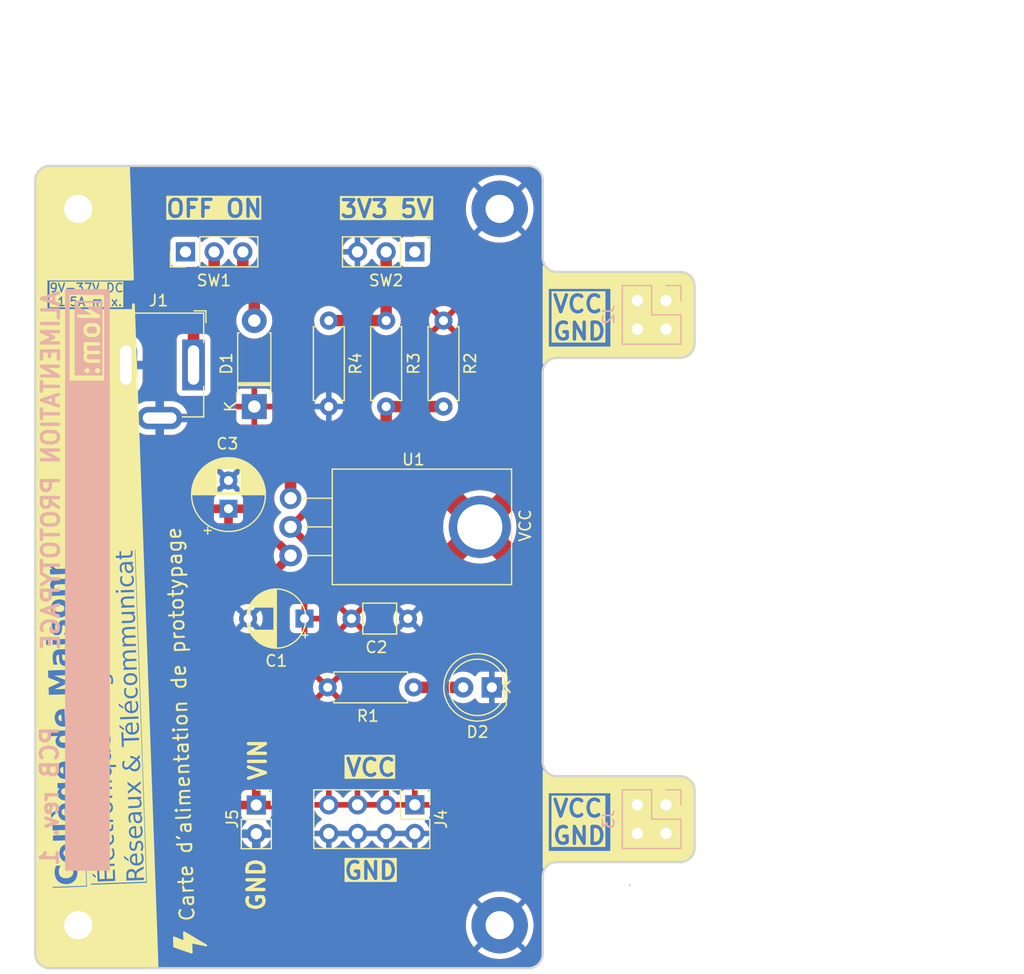
<source format=kicad_pcb>
(kicad_pcb (version 20221018) (generator pcbnew)
  (title_block (title "Alimentation Prototypage") (date "2023-05-15") (rev "A") (company "Collège de Maisonneuve") (comment 1 "Julien Boriasse"))
  (layers (0 "F.Cu" signal) (31 "B.Cu" signal) (34 "B.Paste" user) (35 "F.Paste" user) (36 "B.SilkS" user "B.Silkscreen") (37 "F.SilkS" user "F.Silkscreen") (38 "B.Mask" user) (39 "F.Mask" user) (44 "Edge.Cuts" user))
  (net 0 "")
  (net 1 "VCC")
  (net 2 "GND")
  (net 3 "+7.5V")
  (net 4 "Net-(D1-A)")
  (net 5 "Net-(D2-A)")
  (net 6 "Net-(U1-ADJ)")
  (net 7 "Net-(SW2A-B)")
  (net 9 "Net-(SW1A-B)")
  (footprint "MountingHole:MountingHole_2.5mm_Pad_TopBottom" (layer "F.Cu") (at 133.2484 127)
    (fp_text reference "H4" hide)
    (fp_text value "MountingHole_Pad")
    (pad "1" thru_hole circle locked (at 0 0) (size 2.9 2.9) (drill 2.5) (layers "*.Cu" "*.Mask") (net 2 "GND"))
    (pad "1" connect circle locked (at 0 0) (size 5 5) (layers "F.Cu" "F.Mask") (net 2 "GND"))
    (pad "1" connect circle locked (at 0 0) (size 5 5) (layers "B.Cu" "B.Mask") (net 2 "GND"))
  )
  (footprint "Connector_BarrelJack:BarrelJack_Horizontal_PJ-002A" (layer "F.Cu") (at 106.124 77.342)
    (fp_text reference "J1" (at -3.1016 -5.714) (layer "F.SilkS"))
    (fp_text value "Barrel_Jack_MountingPin")
    (pad "1" thru_hole rect (at 0 0) (size 2 4.5) (drill oval 1 3.5) (layers "*.Cu" "*.Mask") (net 9 "Net-(SW1A-B)"))
    (pad "2" thru_hole roundrect (at -6 0) (size 2 4.5) (drill oval 1 3.5) (layers "*.Cu" "*.Mask") (roundrect_rratio 0.5) (net 2 "GND") (thermal_bridge_width 0.762))
    (pad "3" thru_hole roundrect (at -3 4.7) (size 4 2) (drill oval 3 1) (layers "*.Cu" "*.Mask") (roundrect_rratio 0.5) (net 2 "GND") (thermal_bridge_width 0.762))
  )
  (footprint "Package_TO_SOT_THT:TO-220-3_Horizontal_TabDown_Connected" (layer "F.Cu") (at 114.722 89.154 -90)
    (fp_text reference "U1" (at -3.429 -10.881) (layer "F.SilkS"))
    (fp_text value "LM317_TO-220")
    (pad "" np_thru_hole oval (at 2.54 -16.66 270) (size 3.5 3.5) (drill 3.5) (layers "*.Cu" "*.Mask"))
    (pad "1" thru_hole circle (at 0 0 270) (size 1.905 1.905) (drill 1.1) (layers "*.Cu" "*.Mask") (net 6 "Net-(U1-ADJ)"))
    (pad "2" thru_hole oval (at 2.54 0 270) (size 1.905 2) (drill 1.1) (layers "*.Cu" "*.Mask") (net 1 "VCC") (thermal_bridge_width 0.635))
    (pad "3" thru_hole oval (at 5.08 0 270) (size 1.905 2) (drill 1.1) (layers "*.Cu" "*.Mask") (net 3 "+7.5V") (thermal_bridge_width 0.762))
    (pad "4" thru_hole circle (at 2.54 -16.764 270) (size 5.5 5.5) (drill 4) (property pad_prop_heatsink) (layers "*.Cu" "*.Mask") (net 1 "VCC") (thermal_bridge_width 2.032))
  )
  (footprint "MountingHole:MountingHole_2.5mm_Pad_TopBottom" (layer "F.Cu") (at 95.9104 63.5)
    (fp_text reference "H1" hide)
    (fp_text value "MountingHole_Pad")
    (pad "1" thru_hole circle locked (at 0 0) (size 2.9 2.9) (drill 2.5) (layers "*.Cu" "*.Mask") (net 2 "GND"))
    (pad "1" connect circle locked (at 0 0) (size 5 5) (layers "F.Cu" "F.Mask") (net 2 "GND"))
    (pad "1" connect circle locked (at 0 0) (size 5 5) (layers "B.Cu" "B.Mask") (net 2 "GND"))
  )
  (footprint "Resistor_THT:R_Axial_DIN0207_L6.3mm_D2.5mm_P7.62mm_Horizontal" (layer "F.Cu") (at 118.0084 105.918)
    (fp_text reference "R1" (at 3.556 2.54) (layer "F.SilkS"))
    (fp_text value "330")
    (pad "1" thru_hole circle (at 0 0) (size 1.6 1.6) (drill 0.8) (layers "*.Cu" "*.Mask") (net 1 "VCC"))
    (pad "2" thru_hole oval (at 7.62 0) (size 1.6 1.6) (drill 0.8) (layers "*.Cu" "*.Mask") (net 5 "Net-(D2-A)"))
  )
  (footprint "Resistor_THT:R_Axial_DIN0207_L6.3mm_D2.5mm_P7.62mm_Horizontal" (layer "F.Cu") (at 118.11 73.406 -90)
    (fp_text reference "R4" (at 3.81 -2.37 -90) (layer "F.SilkS"))
    (fp_text value "330")
    (pad "1" thru_hole circle (at 0 0 270) (size 1.6 1.6) (drill 0.8) (layers "*.Cu" "*.Mask") (net 7 "Net-(SW2A-B)"))
    (pad "2" thru_hole oval (at 7.62 0 270) (size 1.6 1.6) (drill 0.8) (layers "*.Cu" "*.Mask") (net 2 "GND"))
  )
  (footprint "MountingHole:MountingHole_2.5mm_Pad_TopBottom" (layer "F.Cu") (at 133.2484 63.5)
    (fp_text reference "H3" hide)
    (fp_text value "MountingHole_Pad")
    (pad "1" thru_hole circle locked (at 0 0) (size 2.9 2.9) (drill 2.5) (layers "*.Cu" "*.Mask") (net 2 "GND"))
    (pad "1" connect circle locked (at 0 0) (size 5 5) (layers "F.Cu" "F.Mask") (net 2 "GND"))
    (pad "1" connect circle locked (at 0 0) (size 5 5) (layers "B.Cu" "B.Mask") (net 2 "GND"))
  )
  (footprint "Connector_PinHeader_2.54mm:PinHeader_1x03_P2.54mm_Vertical" (layer "F.Cu") (at 125.73 67.31 -90)
    (fp_text reference "SW2" (at 2.54 2.54) (layer "F.SilkS"))
    (fp_text value "SW_DPDT_x2")
    (pad "1" thru_hole rect (at 0 0 270) (size 1.7 1.7) (drill 1) (layers "*.Cu" "*.Mask"))
    (pad "2" thru_hole oval (at 0 2.54 270) (size 1.7 1.7) (drill 1) (layers "*.Cu" "*.Mask") (net 7 "Net-(SW2A-B)"))
    (pad "3" thru_hole oval (at 0 5.08 270) (size 1.7 1.7) (drill 1) (layers "*.Cu" "*.Mask") (net 2 "GND"))
  )
  (footprint "Diode_THT:D_DO-41_SOD81_P7.62mm_Horizontal" (layer "F.Cu") (at 111.506 81.026 90)
    (fp_text reference "D1" (at 3.81 -2.47 90) (layer "F.SilkS"))
    (fp_text value "1N4001")
    (fp_text user "K" (at 0 -2.1 90) (layer "F.SilkS"))
    (pad "1" thru_hole rect (at 0 0 90) (size 2.2 2.2) (drill 1.1) (layers "*.Cu" "*.Mask") (net 3 "+7.5V"))
    (pad "2" thru_hole oval (at 7.62 0 90) (size 2.2 2.2) (drill 1.1) (layers "*.Cu" "*.Mask") (net 4 "Net-(D1-A)"))
  )
  (footprint "LOGO" (layer "F.Cu") (at 105.8164 128.524 92)
    (fp_text reference "G***" hide)
    (fp_text value "LOGO" hide)
  )
  (footprint "Library:CP_Radial_D5.0mm_P5.0mm_EEU-EB1J100SB" (layer "F.Cu") (at 114.7064 99.822 180)
    (fp_text reference "C1" (at 1.25 -3.75 180) (layer "F.SilkS"))
    (fp_text value "10u")
    (pad "1" thru_hole rect (at -1.25 0 180) (size 1.6 1.6) (drill 0.8) (layers "*.Cu" "*.Mask") (net 1 "VCC"))
    (pad "2" thru_hole circle (at 3.75 0 180) (size 1.6 1.6) (drill 0.8) (layers "*.Cu" "*.Mask") (net 2 "GND"))
  )
  (footprint "Resistor_THT:R_Axial_DIN0207_L6.3mm_D2.5mm_P7.62mm_Horizontal" (layer "F.Cu") (at 123.19 81.026 90)
    (fp_text reference "R3" (at 3.81 2.4384 90) (layer "F.SilkS"))
    (fp_text value "390")
    (pad "1" thru_hole circle (at 0 0 90) (size 1.6 1.6) (drill 0.8) (layers "*.Cu" "*.Mask") (net 6 "Net-(U1-ADJ)"))
    (pad "2" thru_hole oval (at 7.62 0 90) (size 1.6 1.6) (drill 0.8) (layers "*.Cu" "*.Mask") (net 7 "Net-(SW2A-B)"))
  )
  (footprint "Resistor_THT:R_Axial_DIN0207_L6.3mm_D2.5mm_P7.62mm_Horizontal" (layer "F.Cu") (at 128.27 73.406 -90)
    (fp_text reference "R2" (at 3.81 -2.37 -90) (layer "F.SilkS"))
    (fp_text value "240")
    (pad "1" thru_hole circle (at 0 0 270) (size 1.6 1.6) (drill 0.8) (layers "*.Cu" "*.Mask") (net 1 "VCC"))
    (pad "2" thru_hole oval (at 7.62 0 270) (size 1.6 1.6) (drill 0.8) (layers "*.Cu" "*.Mask") (net 6 "Net-(U1-ADJ)"))
  )
  (footprint "MountingHole:MountingHole_2.5mm_Pad_TopBottom" (layer "F.Cu") (at 95.9104 127)
    (fp_text reference "H2" hide)
    (fp_text value "MountingHole_Pad")
    (pad "1" thru_hole circle locked (at 0 0) (size 2.9 2.9) (drill 2.5) (layers "*.Cu" "*.Mask") (net 2 "GND"))
    (pad "1" connect circle locked (at 0 0) (size 5 5) (layers "F.Cu" "F.Mask") (net 2 "GND"))
    (pad "1" connect circle locked (at 0 0) (size 5 5) (layers "B.Cu" "B.Mask") (net 2 "GND"))
  )
  (footprint "Library:C_Rect_L4.0mm_W2.5mm_P5.00mm_RDER71H104K0K1H03B" (layer "F.Cu") (at 120.1204 99.822)
    (fp_text reference "C2" (at 2.206 2.54) (layer "F.SilkS"))
    (fp_text value "0.1u")
    (pad "1" thru_hole circle (at 0 0) (size 1.6 1.6) (drill 0.8) (layers "*.Cu" "*.Mask") (net 1 "VCC"))
    (pad "2" thru_hole circle (at 5 0) (size 1.6 1.6) (drill 0.8) (layers "*.Cu" "*.Mask") (net 2 "GND"))
  )
  (footprint "Connector_PinSocket_2.54mm:PinSocket_1x02_P2.54mm_Vertical" (layer "F.Cu") (at 111.6834 116.352)
    (fp_text reference "J5" (at -2.1332 1.2246 90) (layer "F.SilkS"))
    (fp_text value "Conn_01x02")
    (pad "1" thru_hole rect (at 0 0) (size 1.7 1.7) (drill 1) (layers "*.Cu" "*.Mask") (net 3 "+7.5V") (thermal_bridge_width 0.762))
    (pad "2" thru_hole oval (at 0 2.54) (size 1.7 1.7) (drill 1) (layers "*.Cu" "*.Mask") (net 2 "GND") (thermal_bridge_width 0.762))
  )
  (footprint "LED_THT:LED_D5.0mm" (layer "F.Cu") (at 132.5534 105.918 180)
    (fp_text reference "D2" (at 1.27 -3.96 180) (layer "F.SilkS"))
    (fp_text value "LED")
    (pad "1" thru_hole rect (at 0 0 180) (size 1.8 1.8) (drill 0.9) (layers "*.Cu" "*.Mask") (net 2 "GND"))
    (pad "2" thru_hole circle (at 2.54 0 180) (size 1.8 1.8) (drill 0.9) (layers "*.Cu" "*.Mask") (net 5 "Net-(D2-A)"))
  )
  (footprint "Connector_PinHeader_2.54mm:PinHeader_1x03_P2.54mm_Vertical" (layer "F.Cu") (at 105.41 67.31 90)
    (fp_text reference "SW1" (at -2.54 2.525) (layer "F.SilkS"))
    (fp_text value "SW_DPDT_x2")
    (pad "1" thru_hole rect (at 0 0 90) (size 1.7 1.7) (drill 1) (layers "*.Cu" "*.Mask"))
    (pad "2" thru_hole oval (at 0 2.54 90) (size 1.7 1.7) (drill 1) (layers "*.Cu" "*.Mask") (net 9 "Net-(SW1A-B)"))
    (pad "3" thru_hole oval (at 0 5.08 90) (size 1.7 1.7) (drill 1) (layers "*.Cu" "*.Mask") (net 4 "Net-(D1-A)"))
  )
  (footprint "Connector_PinHeader_2.54mm:PinHeader_2x04_P2.54mm_Vertical" (layer "F.Cu") (at 125.73 116.332 -90)
    (fp_text reference "J4" (at 1.27 -2.33 90) (layer "F.SilkS"))
    (fp_text value "Conn_02x04_Odd_Even")
    (pad "1" thru_hole rect (at 0 0 270) (size 1.7 1.7) (drill 1) (layers "*.Cu" "*.Mask") (net 1 "VCC"))
    (pad "2" thru_hole oval (at 2.54 0 270) (size 1.7 1.7) (drill 1) (layers "*.Cu" "*.Mask") (net 2 "GND"))
    (pad "3" thru_hole oval (at 0 2.54 270) (size 1.7 1.7) (drill 1) (layers "*.Cu" "*.Mask") (net 1 "VCC"))
    (pad "4" thru_hole oval (at 2.54 2.54 270) (size 1.7 1.7) (drill 1) (layers "*.Cu" "*.Mask") (net 2 "GND"))
    (pad "5" thru_hole oval (at 0 5.08 270) (size 1.7 1.7) (drill 1) (layers "*.Cu" "*.Mask") (net 1 "VCC"))
    (pad "6" thru_hole oval (at 2.54 5.08 270) (size 1.7 1.7) (drill 1) (layers "*.Cu" "*.Mask") (net 2 "GND"))
    (pad "7" thru_hole oval (at 0 7.62 270) (size 1.7 1.7) (drill 1) (layers "*.Cu" "*.Mask") (net 1 "VCC"))
    (pad "8" thru_hole oval (at 2.54 7.62 270) (size 1.7 1.7) (drill 1) (layers "*.Cu" "*.Mask") (net 2 "GND"))
  )
  (footprint "Capacitor_THT:CP_Radial_D6.3mm_P2.50mm" (layer "F.Cu") (at 109.22 90.08238 90)
    (fp_text reference "C3" (at 5.75438 -0.1016 180) (layer "F.SilkS"))
    (fp_text value "100u")
    (pad "1" thru_hole rect (at 0 0 90) (size 1.6 1.6) (drill 0.8) (layers "*.Cu" "*.Mask") (net 3 "+7.5V") (thermal_bridge_width 0.762))
    (pad "2" thru_hole circle (at 2.5 0 90) (size 1.6 1.6) (drill 0.8) (layers "*.Cu" "*.Mask") (net 2 "GND"))
  )
  (footprint "Connector_PinHeader_2.54mm:PinHeader_2x02_P2.54mm_Vertical" (layer "B.Cu") (at 147.9804 116.332 180)
    (fp_text reference "J3" (at 5.08 -1.27 90) (layer "B.SilkS") (effects (justify mirror)))
    (fp_text value "Conn_02x02_Odd_Even")
    (pad "1" thru_hole rect locked (at 0 0 180) (size 1.7 1.7) (drill 1) (layers "*.Cu" "*.Mask") (net 1 "VCC"))
    (pad "2" thru_hole oval locked (at 2.54 0 180) (size 1.7 1.7) (drill 1) (layers "*.Cu" "*.Mask") (net 1 "VCC"))
    (pad "3" thru_hole oval locked (at 0 -2.54 180) (size 1.7 1.7) (drill 1) (layers "*.Cu" "*.Mask") (net 2 "GND"))
    (pad "4" thru_hole oval locked (at 2.54 -2.54 180) (size 1.7 1.7) (drill 1) (layers "*.Cu" "*.Mask") (net 2 "GND"))
  )
  (footprint "Connector_PinHeader_2.54mm:PinHeader_2x02_P2.54mm_Vertical" (layer "B.Cu") (at 147.9804 71.628 180)
    (fp_text reference "J2" (at 5.08 -1.27 90) (layer "B.SilkS") (effects (justify mirror)))
    (fp_text value "Conn_02x02_Odd_Even")
    (pad "1" thru_hole rect locked (at 0 0 180) (size 1.7 1.7) (drill 1) (layers "*.Cu" "*.Mask") (net 1 "VCC"))
    (pad "2" thru_hole oval locked (at 2.54 0 180) (size 1.7 1.7) (drill 1) (layers "*.Cu" "*.Mask") (net 1 "VCC"))
    (pad "3" thru_hole oval locked (at 0 -2.54 180) (size 1.7 1.7) (drill 1) (layers "*.Cu" "*.Mask") (net 2 "GND"))
    (pad "4" thru_hole oval locked (at 2.54 -2.54 180) (size 1.7 1.7) (drill 1) (layers "*.Cu" "*.Mask") (net 2 "GND"))
  )
  (gr_arc locked (start 149.2504 113.792) (mid 150.148426 114.163974) (end 150.5204 115.062) (stroke (width 0.2)) (layer "Edge.Cuts"))
  (gr_line locked (start 93.3704 59.69) (end 135.7884 59.69) (stroke (width 0.2)) (layer "Edge.Cuts"))
  (gr_arc locked (start 138.3284 69.088) (mid 137.430374 68.716026) (end 137.0584 67.818) (stroke (width 0.2)) (layer "Edge.Cuts"))
  (gr_line locked (start 92.1004 60.96) (end 92.1004 129.54) (stroke (width 0.2)) (layer "Edge.Cuts"))
  (gr_line locked (start 150.5204 120.142) (end 150.5204 115.062) (stroke (width 0.2)) (layer "Edge.Cuts"))
  (gr_arc locked (start 150.5204 120.142) (mid 150.148426 121.040026) (end 149.2504 121.412) (stroke (width 0.2)) (layer "Edge.Cuts"))
  (gr_line locked (start 137.0584 77.978) (end 137.0584 112.522) (stroke (width 0.2)) (layer "Edge.Cuts"))
  (gr_arc locked (start 92.1004 60.96) (mid 92.472374 60.061974) (end 93.3704 59.69) (stroke (width 0.2)) (layer "Edge.Cuts"))
  (gr_arc locked (start 137.0584 129.54) (mid 136.686426 130.438026) (end 135.7884 130.81) (stroke (width 0.2)) (layer "Edge.Cuts"))
  (gr_line locked (start 137.0584 122.682) (end 137.0584 129.54) (stroke (width 0.2)) (layer "Edge.Cuts"))
  (gr_line locked (start 135.7884 130.81) (end 93.3704 130.81) (stroke (width 0.2)) (layer "Edge.Cuts"))
  (gr_arc locked (start 150.5204 75.438) (mid 150.148426 76.336026) (end 149.2504 76.708) (stroke (width 0.2)) (layer "Edge.Cuts"))
  (gr_arc locked (start 138.3284 113.792) (mid 137.430374 113.420026) (end 137.0584 112.522) (stroke (width 0.2)) (layer "Edge.Cuts"))
  (gr_line (start 144.78 123.444) (end 144.78 123.444) (stroke (width 0.2)) (layer "Edge.Cuts"))
  (gr_line locked (start 137.0584 60.96) (end 137.0584 67.818) (stroke (width 0.2)) (layer "Edge.Cuts"))
  (gr_line locked (start 138.3284 121.412) (end 149.2504 121.412) (stroke (width 0.2)) (layer "Edge.Cuts"))
  (gr_arc locked (start 137.0584 122.682) (mid 137.430374 121.783974) (end 138.3284 121.412) (stroke (width 0.2)) (layer "Edge.Cuts"))
  (gr_line locked (start 138.3284 69.088) (end 149.2504 69.088) (stroke (width 0.2)) (layer "Edge.Cuts"))
  (gr_line locked (start 150.5204 75.438) (end 150.5204 70.358) (stroke (width 0.2)) (layer "Edge.Cuts"))
  (gr_arc locked (start 149.2504 69.088) (mid 150.148426 69.459974) (end 150.5204 70.358) (stroke (width 0.2)) (layer "Edge.Cuts"))
  (gr_arc locked (start 93.3704 130.81) (mid 92.472374 130.438026) (end 92.1004 129.54) (stroke (width 0.2)) (layer "Edge.Cuts"))
  (gr_line locked (start 138.3284 113.792) (end 149.2504 113.792) (stroke (width 0.2)) (layer "Edge.Cuts"))
  (gr_arc locked (start 135.7884 59.69) (mid 136.686426 60.061974) (end 137.0584 60.96) (stroke (width 0.2)) (layer "Edge.Cuts"))
  (gr_line locked (start 138.3284 76.708) (end 149.2504 76.708) (stroke (width 0.2)) (layer "Edge.Cuts"))
  (gr_arc locked (start 137.0584 77.978) (mid 137.430374 77.079974) (end 138.3284 76.708) (stroke (width 0.2)) (layer "Edge.Cuts"))
  (gr_text "PCB rev. 1" (at 93.3704 121.92 90) (layer "B.SilkS") (effects (font (size 1.5 1.5) (thickness 0.3) bold) (justify right mirror)))
  (gr_text "Nom:" (at 97.9424 71.374 90) (layer "B.SilkS" knockout) (effects (font (size 1.778 1.778) (thickness 0.3048) bold) (justify left bottom mirror)))
  (gr_text "ALIMENTATION PROTOTYPAGE" (at 93.472 70.612 90) (layer "B.SilkS") (effects (font (size 1.5 1.5) (thickness 0.3) bold) (justify left mirror)))
  (gr_text "Carte d'alimentation de prototypage" (at 106.3244 126.746 92) (layer "F.SilkS") (effects (font (size 1.27 1.27) (thickness 0.1778)) (justify left bottom)))
  (gr_text "VCC" (at 135.509 91.567 90) (layer "F.SilkS") (effects (font (size 1 1))))
  (gr_text "VCC\nGND" (at 137.8154 117.861) (layer "F.SilkS" knockout) (effects (font (size 1.5 1.5) (thickness 0.3) bold) (justify left)))
  (gr_text "K" (at 133.858 105.918) (layer "F.SilkS") (effects (font (size 1 1))))
  (gr_text "VIN" (at 111.8104 114.32 90) (layer "F.SilkS") (effects (font (size 1.5 1.5) (thickness 0.3) bold) (justify left)))
  (gr_text "  VCC  " (at 121.8184 113.03) (layer "F.SilkS" knockout) (effects (font (size 1.5 1.5) (thickness 0.3) bold)))
  (gr_text "GND" (at 111.6834 120.924 90) (layer "F.SilkS") (effects (font (size 1.5 1.5) (thickness 0.3) bold) (justify right)))
  (gr_text "VCC\nGND" (at 137.8204 73.152) (layer "F.SilkS" knockout) (effects (font (size 1.5 1.5) (thickness 0.3) bold) (justify left)))
  (gr_text "  GND  " (at 121.8184 122.174) (layer "F.SilkS" knockout) (effects (font (size 1.5 1.5) (thickness 0.3) bold)))
  (gr_text "Collège de Maisonneuve" (at 96.1644 123.444 92) (layer "F.SilkS" knockout) (effects (font (size 1.905 1.905) (thickness 0.381) bold) (justify left bottom)))
  (gr_text "OFF ON" (at 107.95 63.475) (layer "F.SilkS" knockout) (effects (font (size 1.5 1.5) (thickness 0.3) bold)))
  (gr_text "Électronique Programmable \nRéseaux & Télécommunications" (at 102.0064 123.19 92) (layer "F.SilkS" knockout) (effects (font (size 1.524 1.524) (thickness 0.1905)) (justify left bottom)))
  (gr_text "9V-37V DC \n1.5A max." (at 96.9264 71.12) (layer "F.SilkS" knockout) (effects (font (size 0.762 0.762) (thickness 0.127))))
  (gr_text "3V3 5V" (at 123.19 63.5) (layer "F.SilkS" knockout) (effects (font (size 1.5 1.5) (thickness 0.3) bold)))
  (arc (start 114.510467 94.14638) (mid 114.624948 94.169152) (end 114.722 94.234) (width 1.016) (layer "F.Cu") (net 3))
  (segment (start 110.49 67.31) (end 110.49 69.23679) (width 1.016) (layer "F.Cu") (net 4))
  (segment (start 111.506 73.406) (end 111.506 71.575704) (width 1.016) (layer "F.Cu") (net 4))
  (segment (start 110.8964 70.104) (end 110.815842 70.023442) (width 1.016) (layer "F.Cu") (net 4))
  (arc (start 111.506 71.575704) (mid 111.34757 70.779223) (end 110.8964 70.104) (width 1.016) (layer "F.Cu") (net 4))
  (arc (start 110.49 69.23679) (mid 110.556012 69.568657) (end 110.744 69.85) (width 1.016) (layer "F.Cu") (net 4))
  (arc (start 110.815842 70.023442) (mid 110.762671 69.943867) (end 110.744 69.85) (width 1.016) (layer "F.Cu") (net 4))
  (segment (start 125.6284 105.918) (end 130.0134 105.918) (width 1.016) (layer "F.Cu") (net 5))
  (segment (start 117.28263 85.471) (end 121.301375 85.471) (width 1.016) (layer "F.Cu") (net 6))
  (segment (start 128.27 81.026) (end 123.19 81.026) (width 1.016) (layer "F.Cu") (net 6))
  (segment (start 123.19 83.977506) (end 123.19 81.026) (width 1.016) (layer "F.Cu") (net 6))
  (segment (start 114.722 89.154) (end 114.722 87.973647) (width 1.016) (layer "F.Cu") (net 6))
  (arc (start 115.443 86.233) (mid 116.287029 85.669038) (end 117.28263 85.471) (width 1.016) (layer "F.Cu") (net 6))
  (arc (start 114.722 87.973647) (mid 114.909382 87.031616) (end 115.443 86.233) (width 1.016) (layer "F.Cu") (net 6))
  (arc (start 121.301375 85.471) (mid 122.131042 85.305969) (end 122.8344 84.836) (width 1.016) (layer "F.Cu") (net 6))
  (arc (start 122.8344 84.836) (mid 123.097583 84.44212) (end 123.19 83.977506) (width 1.016) (layer "F.Cu") (net 6))
  (segment (start 118.11 73.406) (end 123.19 73.406) (width 1.016) (layer "F.Cu") (net 7))
  (segment (start 123.19 67.31) (end 123.19 73.406) (width 1.016) (layer "F.Cu") (net 7))
  (segment (start 106.124 77.342) (end 106.124 73.942723) (width 1.016) (layer "F.Cu") (net 9))
  (segment (start 107.95 69.53437) (end 107.95 67.31) (width 1.016) (layer "F.Cu") (net 9))
  (arc (start 106.124 73.942723) (mid 106.400524 72.55254) (end 107.188 71.374) (width 1.016) (layer "F.Cu") (net 9))
  (arc (start 107.188 71.374) (mid 107.751963 70.529971) (end 107.95 69.53437) (width 1.016) (layer "F.Cu") (net 9))
  (zone (net 1) (net_name "VCC") (layer "F.Cu") (connect_pads (clearance 0.5)) (min_thickness 0.25) (fill yes (thermal_gap 0.5) (thermal_bridge_width 0.5))
    (polygon (pts (xy 114.1984 59.69) (xy 150.7744 59.69) (xy 150.7744 130.81) (xy 114.4524 130.81)))
  )
  (zone (net 3) (net_name "+7.5V") (layer "F.Cu") (connect_pads (clearance 0.5)) (min_thickness 0.25) (fill yes (thermal_gap 0.5) (thermal_bridge_width 0.5))
    (polygon (pts (xy 92.1004 59.69) (xy 114.1984 59.69) (xy 114.4524 130.81) (xy 92.1004 130.81)))
  )
  (zone (net 2) (net_name "GND") (layer "B.Cu") (connect_pads (clearance 0.5)) (min_thickness 0.25) (fill yes (thermal_gap 0.5) (thermal_bridge_width 0.5))
    (polygon (pts (xy 92.1004 59.69) (xy 150.7744 59.69) (xy 150.7744 130.81) (xy 92.1004 130.81)))
  )
  (zone (net 0) (net_name "") (layer "B.SilkS") (connect_pads (clearance 0.5)) (min_thickness 0.25) (fill yes (thermal_gap 0.5) (thermal_bridge_width 0.5))
    (polygon (pts (xy 94.742 70.612) (xy 98.7044 70.612) (xy 98.7044 122.174) (xy 94.742 122.174)))
  )
  (zone (net 0) (net_name "") (layer "F.SilkS") (connect_pads (clearance 0.5)) (min_thickness 0.25) (fill yes (thermal_gap 0.5) (thermal_bridge_width 0.5))
    (polygon (pts (xy 92.1004 59.69) (xy 92.1004 130.81) (xy 103.0224 130.81) (xy 100.4824 59.69)))
  )
  (zone locked (net 0) (net_name "") (layer "F.SilkS") (connect_pads (clearance 0.5)) (min_thickness 0.25) (fill yes (thermal_gap 0.5) (thermal_bridge_width 0.5))
    (polygon (pts (xy 137.05439 59.69) (xy 137.0584 130.81) (xy 150.7744 130.81) (xy 150.7744 59.69)))
  )
)
</source>
